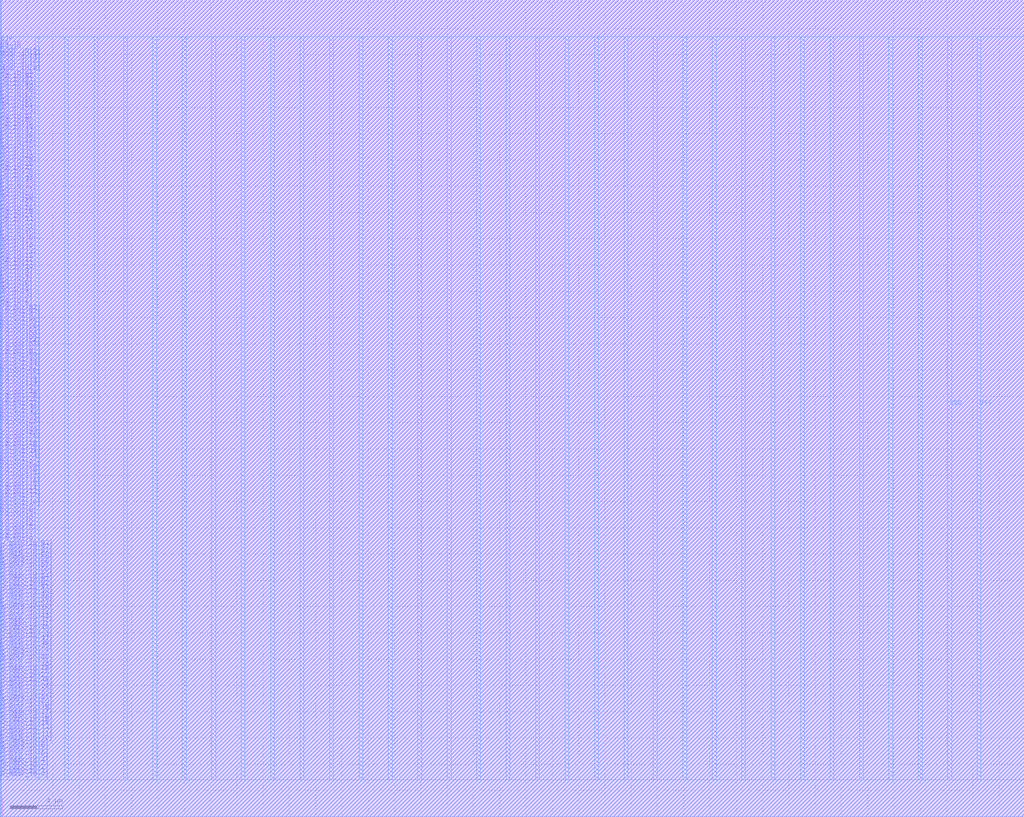
<source format=lef>
VERSION 5.7 ;
BUSBITCHARS "[]" ;
MACRO fakeram45_64x64
  FOREIGN fakeram45_64x64 0 0 ;
  SYMMETRY X Y R90 ;
  SIZE 0.19 BY 1.4 ;
  CLASS BLOCK ;
  PIN w_mask_in[0]
    DIRECTION INPUT ;
    USE SIGNAL ;
    SHAPE ABUTMENT ;
    PORT
      LAYER metal3 ;
      RECT 0.000 2.800 0.070 2.870 ;
    END
  END w_mask_in[0]
  PIN w_mask_in[1]
    DIRECTION INPUT ;
    USE SIGNAL ;
    SHAPE ABUTMENT ;
    PORT
      LAYER metal3 ;
      RECT 0.000 3.080 0.070 3.150 ;
    END
  END w_mask_in[1]
  PIN w_mask_in[2]
    DIRECTION INPUT ;
    USE SIGNAL ;
    SHAPE ABUTMENT ;
    PORT
      LAYER metal3 ;
      RECT 0.000 3.360 0.070 3.430 ;
    END
  END w_mask_in[2]
  PIN w_mask_in[3]
    DIRECTION INPUT ;
    USE SIGNAL ;
    SHAPE ABUTMENT ;
    PORT
      LAYER metal3 ;
      RECT 0.000 3.640 0.070 3.710 ;
    END
  END w_mask_in[3]
  PIN w_mask_in[4]
    DIRECTION INPUT ;
    USE SIGNAL ;
    SHAPE ABUTMENT ;
    PORT
      LAYER metal3 ;
      RECT 0.000 3.920 0.070 3.990 ;
    END
  END w_mask_in[4]
  PIN w_mask_in[5]
    DIRECTION INPUT ;
    USE SIGNAL ;
    SHAPE ABUTMENT ;
    PORT
      LAYER metal3 ;
      RECT 0.000 4.200 0.070 4.270 ;
    END
  END w_mask_in[5]
  PIN w_mask_in[6]
    DIRECTION INPUT ;
    USE SIGNAL ;
    SHAPE ABUTMENT ;
    PORT
      LAYER metal3 ;
      RECT 0.000 4.480 0.070 4.550 ;
    END
  END w_mask_in[6]
  PIN w_mask_in[7]
    DIRECTION INPUT ;
    USE SIGNAL ;
    SHAPE ABUTMENT ;
    PORT
      LAYER metal3 ;
      RECT 0.000 4.760 0.070 4.830 ;
    END
  END w_mask_in[7]
  PIN w_mask_in[8]
    DIRECTION INPUT ;
    USE SIGNAL ;
    SHAPE ABUTMENT ;
    PORT
      LAYER metal3 ;
      RECT 0.000 5.040 0.070 5.110 ;
    END
  END w_mask_in[8]
  PIN w_mask_in[9]
    DIRECTION INPUT ;
    USE SIGNAL ;
    SHAPE ABUTMENT ;
    PORT
      LAYER metal3 ;
      RECT 0.000 5.320 0.070 5.390 ;
    END
  END w_mask_in[9]
  PIN w_mask_in[10]
    DIRECTION INPUT ;
    USE SIGNAL ;
    SHAPE ABUTMENT ;
    PORT
      LAYER metal3 ;
      RECT 0.000 5.600 0.070 5.670 ;
    END
  END w_mask_in[10]
  PIN w_mask_in[11]
    DIRECTION INPUT ;
    USE SIGNAL ;
    SHAPE ABUTMENT ;
    PORT
      LAYER metal3 ;
      RECT 0.000 5.880 0.070 5.950 ;
    END
  END w_mask_in[11]
  PIN w_mask_in[12]
    DIRECTION INPUT ;
    USE SIGNAL ;
    SHAPE ABUTMENT ;
    PORT
      LAYER metal3 ;
      RECT 0.000 6.160 0.070 6.230 ;
    END
  END w_mask_in[12]
  PIN w_mask_in[13]
    DIRECTION INPUT ;
    USE SIGNAL ;
    SHAPE ABUTMENT ;
    PORT
      LAYER metal3 ;
      RECT 0.000 6.440 0.070 6.510 ;
    END
  END w_mask_in[13]
  PIN w_mask_in[14]
    DIRECTION INPUT ;
    USE SIGNAL ;
    SHAPE ABUTMENT ;
    PORT
      LAYER metal3 ;
      RECT 0.000 6.720 0.070 6.790 ;
    END
  END w_mask_in[14]
  PIN w_mask_in[15]
    DIRECTION INPUT ;
    USE SIGNAL ;
    SHAPE ABUTMENT ;
    PORT
      LAYER metal3 ;
      RECT 0.000 7.000 0.070 7.070 ;
    END
  END w_mask_in[15]
  PIN w_mask_in[16]
    DIRECTION INPUT ;
    USE SIGNAL ;
    SHAPE ABUTMENT ;
    PORT
      LAYER metal3 ;
      RECT 0.000 7.280 0.070 7.350 ;
    END
  END w_mask_in[16]
  PIN w_mask_in[17]
    DIRECTION INPUT ;
    USE SIGNAL ;
    SHAPE ABUTMENT ;
    PORT
      LAYER metal3 ;
      RECT 0.000 7.560 0.070 7.630 ;
    END
  END w_mask_in[17]
  PIN w_mask_in[18]
    DIRECTION INPUT ;
    USE SIGNAL ;
    SHAPE ABUTMENT ;
    PORT
      LAYER metal3 ;
      RECT 0.000 7.840 0.070 7.910 ;
    END
  END w_mask_in[18]
  PIN w_mask_in[19]
    DIRECTION INPUT ;
    USE SIGNAL ;
    SHAPE ABUTMENT ;
    PORT
      LAYER metal3 ;
      RECT 0.000 8.120 0.070 8.190 ;
    END
  END w_mask_in[19]
  PIN w_mask_in[20]
    DIRECTION INPUT ;
    USE SIGNAL ;
    SHAPE ABUTMENT ;
    PORT
      LAYER metal3 ;
      RECT 0.000 8.400 0.070 8.470 ;
    END
  END w_mask_in[20]
  PIN w_mask_in[21]
    DIRECTION INPUT ;
    USE SIGNAL ;
    SHAPE ABUTMENT ;
    PORT
      LAYER metal3 ;
      RECT 0.000 8.680 0.070 8.750 ;
    END
  END w_mask_in[21]
  PIN w_mask_in[22]
    DIRECTION INPUT ;
    USE SIGNAL ;
    SHAPE ABUTMENT ;
    PORT
      LAYER metal3 ;
      RECT 0.000 8.960 0.070 9.030 ;
    END
  END w_mask_in[22]
  PIN w_mask_in[23]
    DIRECTION INPUT ;
    USE SIGNAL ;
    SHAPE ABUTMENT ;
    PORT
      LAYER metal3 ;
      RECT 0.000 9.240 0.070 9.310 ;
    END
  END w_mask_in[23]
  PIN w_mask_in[24]
    DIRECTION INPUT ;
    USE SIGNAL ;
    SHAPE ABUTMENT ;
    PORT
      LAYER metal3 ;
      RECT 0.000 9.520 0.070 9.590 ;
    END
  END w_mask_in[24]
  PIN w_mask_in[25]
    DIRECTION INPUT ;
    USE SIGNAL ;
    SHAPE ABUTMENT ;
    PORT
      LAYER metal3 ;
      RECT 0.000 9.800 0.070 9.870 ;
    END
  END w_mask_in[25]
  PIN w_mask_in[26]
    DIRECTION INPUT ;
    USE SIGNAL ;
    SHAPE ABUTMENT ;
    PORT
      LAYER metal3 ;
      RECT 0.000 10.080 0.070 10.150 ;
    END
  END w_mask_in[26]
  PIN w_mask_in[27]
    DIRECTION INPUT ;
    USE SIGNAL ;
    SHAPE ABUTMENT ;
    PORT
      LAYER metal3 ;
      RECT 0.000 10.360 0.070 10.430 ;
    END
  END w_mask_in[27]
  PIN w_mask_in[28]
    DIRECTION INPUT ;
    USE SIGNAL ;
    SHAPE ABUTMENT ;
    PORT
      LAYER metal3 ;
      RECT 0.000 10.640 0.070 10.710 ;
    END
  END w_mask_in[28]
  PIN w_mask_in[29]
    DIRECTION INPUT ;
    USE SIGNAL ;
    SHAPE ABUTMENT ;
    PORT
      LAYER metal3 ;
      RECT 0.000 10.920 0.070 10.990 ;
    END
  END w_mask_in[29]
  PIN w_mask_in[30]
    DIRECTION INPUT ;
    USE SIGNAL ;
    SHAPE ABUTMENT ;
    PORT
      LAYER metal3 ;
      RECT 0.000 11.200 0.070 11.270 ;
    END
  END w_mask_in[30]
  PIN w_mask_in[31]
    DIRECTION INPUT ;
    USE SIGNAL ;
    SHAPE ABUTMENT ;
    PORT
      LAYER metal3 ;
      RECT 0.000 11.480 0.070 11.550 ;
    END
  END w_mask_in[31]
  PIN w_mask_in[32]
    DIRECTION INPUT ;
    USE SIGNAL ;
    SHAPE ABUTMENT ;
    PORT
      LAYER metal3 ;
      RECT 0.000 11.760 0.070 11.830 ;
    END
  END w_mask_in[32]
  PIN w_mask_in[33]
    DIRECTION INPUT ;
    USE SIGNAL ;
    SHAPE ABUTMENT ;
    PORT
      LAYER metal3 ;
      RECT 0.000 12.040 0.070 12.110 ;
    END
  END w_mask_in[33]
  PIN w_mask_in[34]
    DIRECTION INPUT ;
    USE SIGNAL ;
    SHAPE ABUTMENT ;
    PORT
      LAYER metal3 ;
      RECT 0.000 12.320 0.070 12.390 ;
    END
  END w_mask_in[34]
  PIN w_mask_in[35]
    DIRECTION INPUT ;
    USE SIGNAL ;
    SHAPE ABUTMENT ;
    PORT
      LAYER metal3 ;
      RECT 0.000 12.600 0.070 12.670 ;
    END
  END w_mask_in[35]
  PIN w_mask_in[36]
    DIRECTION INPUT ;
    USE SIGNAL ;
    SHAPE ABUTMENT ;
    PORT
      LAYER metal3 ;
      RECT 0.000 12.880 0.070 12.950 ;
    END
  END w_mask_in[36]
  PIN w_mask_in[37]
    DIRECTION INPUT ;
    USE SIGNAL ;
    SHAPE ABUTMENT ;
    PORT
      LAYER metal3 ;
      RECT 0.000 13.160 0.070 13.230 ;
    END
  END w_mask_in[37]
  PIN w_mask_in[38]
    DIRECTION INPUT ;
    USE SIGNAL ;
    SHAPE ABUTMENT ;
    PORT
      LAYER metal3 ;
      RECT 0.000 13.440 0.070 13.510 ;
    END
  END w_mask_in[38]
  PIN w_mask_in[39]
    DIRECTION INPUT ;
    USE SIGNAL ;
    SHAPE ABUTMENT ;
    PORT
      LAYER metal3 ;
      RECT 0.000 13.720 0.070 13.790 ;
    END
  END w_mask_in[39]
  PIN w_mask_in[40]
    DIRECTION INPUT ;
    USE SIGNAL ;
    SHAPE ABUTMENT ;
    PORT
      LAYER metal3 ;
      RECT 0.000 14.000 0.070 14.070 ;
    END
  END w_mask_in[40]
  PIN w_mask_in[41]
    DIRECTION INPUT ;
    USE SIGNAL ;
    SHAPE ABUTMENT ;
    PORT
      LAYER metal3 ;
      RECT 0.000 14.280 0.070 14.350 ;
    END
  END w_mask_in[41]
  PIN w_mask_in[42]
    DIRECTION INPUT ;
    USE SIGNAL ;
    SHAPE ABUTMENT ;
    PORT
      LAYER metal3 ;
      RECT 0.000 14.560 0.070 14.630 ;
    END
  END w_mask_in[42]
  PIN w_mask_in[43]
    DIRECTION INPUT ;
    USE SIGNAL ;
    SHAPE ABUTMENT ;
    PORT
      LAYER metal3 ;
      RECT 0.000 14.840 0.070 14.910 ;
    END
  END w_mask_in[43]
  PIN w_mask_in[44]
    DIRECTION INPUT ;
    USE SIGNAL ;
    SHAPE ABUTMENT ;
    PORT
      LAYER metal3 ;
      RECT 0.000 15.120 0.070 15.190 ;
    END
  END w_mask_in[44]
  PIN w_mask_in[45]
    DIRECTION INPUT ;
    USE SIGNAL ;
    SHAPE ABUTMENT ;
    PORT
      LAYER metal3 ;
      RECT 0.000 15.400 0.070 15.470 ;
    END
  END w_mask_in[45]
  PIN w_mask_in[46]
    DIRECTION INPUT ;
    USE SIGNAL ;
    SHAPE ABUTMENT ;
    PORT
      LAYER metal3 ;
      RECT 0.000 15.680 0.070 15.750 ;
    END
  END w_mask_in[46]
  PIN w_mask_in[47]
    DIRECTION INPUT ;
    USE SIGNAL ;
    SHAPE ABUTMENT ;
    PORT
      LAYER metal3 ;
      RECT 0.000 15.960 0.070 16.030 ;
    END
  END w_mask_in[47]
  PIN w_mask_in[48]
    DIRECTION INPUT ;
    USE SIGNAL ;
    SHAPE ABUTMENT ;
    PORT
      LAYER metal3 ;
      RECT 0.000 16.240 0.070 16.310 ;
    END
  END w_mask_in[48]
  PIN w_mask_in[49]
    DIRECTION INPUT ;
    USE SIGNAL ;
    SHAPE ABUTMENT ;
    PORT
      LAYER metal3 ;
      RECT 0.000 16.520 0.070 16.590 ;
    END
  END w_mask_in[49]
  PIN w_mask_in[50]
    DIRECTION INPUT ;
    USE SIGNAL ;
    SHAPE ABUTMENT ;
    PORT
      LAYER metal3 ;
      RECT 0.000 16.800 0.070 16.870 ;
    END
  END w_mask_in[50]
  PIN w_mask_in[51]
    DIRECTION INPUT ;
    USE SIGNAL ;
    SHAPE ABUTMENT ;
    PORT
      LAYER metal3 ;
      RECT 0.000 17.080 0.070 17.150 ;
    END
  END w_mask_in[51]
  PIN w_mask_in[52]
    DIRECTION INPUT ;
    USE SIGNAL ;
    SHAPE ABUTMENT ;
    PORT
      LAYER metal3 ;
      RECT 0.000 17.360 0.070 17.430 ;
    END
  END w_mask_in[52]
  PIN w_mask_in[53]
    DIRECTION INPUT ;
    USE SIGNAL ;
    SHAPE ABUTMENT ;
    PORT
      LAYER metal3 ;
      RECT 0.000 17.640 0.070 17.710 ;
    END
  END w_mask_in[53]
  PIN w_mask_in[54]
    DIRECTION INPUT ;
    USE SIGNAL ;
    SHAPE ABUTMENT ;
    PORT
      LAYER metal3 ;
      RECT 0.000 17.920 0.070 17.990 ;
    END
  END w_mask_in[54]
  PIN w_mask_in[55]
    DIRECTION INPUT ;
    USE SIGNAL ;
    SHAPE ABUTMENT ;
    PORT
      LAYER metal3 ;
      RECT 0.000 18.200 0.070 18.270 ;
    END
  END w_mask_in[55]
  PIN w_mask_in[56]
    DIRECTION INPUT ;
    USE SIGNAL ;
    SHAPE ABUTMENT ;
    PORT
      LAYER metal3 ;
      RECT 0.000 18.480 0.070 18.550 ;
    END
  END w_mask_in[56]
  PIN w_mask_in[57]
    DIRECTION INPUT ;
    USE SIGNAL ;
    SHAPE ABUTMENT ;
    PORT
      LAYER metal3 ;
      RECT 0.000 18.760 0.070 18.830 ;
    END
  END w_mask_in[57]
  PIN w_mask_in[58]
    DIRECTION INPUT ;
    USE SIGNAL ;
    SHAPE ABUTMENT ;
    PORT
      LAYER metal3 ;
      RECT 0.000 19.040 0.070 19.110 ;
    END
  END w_mask_in[58]
  PIN w_mask_in[59]
    DIRECTION INPUT ;
    USE SIGNAL ;
    SHAPE ABUTMENT ;
    PORT
      LAYER metal3 ;
      RECT 0.000 19.320 0.070 19.390 ;
    END
  END w_mask_in[59]
  PIN w_mask_in[60]
    DIRECTION INPUT ;
    USE SIGNAL ;
    SHAPE ABUTMENT ;
    PORT
      LAYER metal3 ;
      RECT 0.000 19.600 0.070 19.670 ;
    END
  END w_mask_in[60]
  PIN w_mask_in[61]
    DIRECTION INPUT ;
    USE SIGNAL ;
    SHAPE ABUTMENT ;
    PORT
      LAYER metal3 ;
      RECT 0.000 19.880 0.070 19.950 ;
    END
  END w_mask_in[61]
  PIN w_mask_in[62]
    DIRECTION INPUT ;
    USE SIGNAL ;
    SHAPE ABUTMENT ;
    PORT
      LAYER metal3 ;
      RECT 0.000 20.160 0.070 20.230 ;
    END
  END w_mask_in[62]
  PIN w_mask_in[63]
    DIRECTION INPUT ;
    USE SIGNAL ;
    SHAPE ABUTMENT ;
    PORT
      LAYER metal3 ;
      RECT 0.000 20.440 0.070 20.510 ;
    END
  END w_mask_in[63]
  PIN rd_out[0]
    DIRECTION OUTPUT ;
    USE SIGNAL ;
    SHAPE ABUTMENT ;
    PORT
      LAYER metal3 ;
      RECT 0.000 20.720 0.070 20.790 ;
    END
  END rd_out[0]
  PIN rd_out[1]
    DIRECTION OUTPUT ;
    USE SIGNAL ;
    SHAPE ABUTMENT ;
    PORT
      LAYER metal3 ;
      RECT 0.000 21.000 0.070 21.070 ;
    END
  END rd_out[1]
  PIN rd_out[2]
    DIRECTION OUTPUT ;
    USE SIGNAL ;
    SHAPE ABUTMENT ;
    PORT
      LAYER metal3 ;
      RECT 0.000 21.280 0.070 21.350 ;
    END
  END rd_out[2]
  PIN rd_out[3]
    DIRECTION OUTPUT ;
    USE SIGNAL ;
    SHAPE ABUTMENT ;
    PORT
      LAYER metal3 ;
      RECT 0.000 21.560 0.070 21.630 ;
    END
  END rd_out[3]
  PIN rd_out[4]
    DIRECTION OUTPUT ;
    USE SIGNAL ;
    SHAPE ABUTMENT ;
    PORT
      LAYER metal3 ;
      RECT 0.000 21.840 0.070 21.910 ;
    END
  END rd_out[4]
  PIN rd_out[5]
    DIRECTION OUTPUT ;
    USE SIGNAL ;
    SHAPE ABUTMENT ;
    PORT
      LAYER metal3 ;
      RECT 0.000 22.120 0.070 22.190 ;
    END
  END rd_out[5]
  PIN rd_out[6]
    DIRECTION OUTPUT ;
    USE SIGNAL ;
    SHAPE ABUTMENT ;
    PORT
      LAYER metal3 ;
      RECT 0.000 22.400 0.070 22.470 ;
    END
  END rd_out[6]
  PIN rd_out[7]
    DIRECTION OUTPUT ;
    USE SIGNAL ;
    SHAPE ABUTMENT ;
    PORT
      LAYER metal3 ;
      RECT 0.000 22.680 0.070 22.750 ;
    END
  END rd_out[7]
  PIN rd_out[8]
    DIRECTION OUTPUT ;
    USE SIGNAL ;
    SHAPE ABUTMENT ;
    PORT
      LAYER metal3 ;
      RECT 0.000 22.960 0.070 23.030 ;
    END
  END rd_out[8]
  PIN rd_out[9]
    DIRECTION OUTPUT ;
    USE SIGNAL ;
    SHAPE ABUTMENT ;
    PORT
      LAYER metal3 ;
      RECT 0.000 23.240 0.070 23.310 ;
    END
  END rd_out[9]
  PIN rd_out[10]
    DIRECTION OUTPUT ;
    USE SIGNAL ;
    SHAPE ABUTMENT ;
    PORT
      LAYER metal3 ;
      RECT 0.000 23.520 0.070 23.590 ;
    END
  END rd_out[10]
  PIN rd_out[11]
    DIRECTION OUTPUT ;
    USE SIGNAL ;
    SHAPE ABUTMENT ;
    PORT
      LAYER metal3 ;
      RECT 0.000 23.800 0.070 23.870 ;
    END
  END rd_out[11]
  PIN rd_out[12]
    DIRECTION OUTPUT ;
    USE SIGNAL ;
    SHAPE ABUTMENT ;
    PORT
      LAYER metal3 ;
      RECT 0.000 24.080 0.070 24.150 ;
    END
  END rd_out[12]
  PIN rd_out[13]
    DIRECTION OUTPUT ;
    USE SIGNAL ;
    SHAPE ABUTMENT ;
    PORT
      LAYER metal3 ;
      RECT 0.000 24.360 0.070 24.430 ;
    END
  END rd_out[13]
  PIN rd_out[14]
    DIRECTION OUTPUT ;
    USE SIGNAL ;
    SHAPE ABUTMENT ;
    PORT
      LAYER metal3 ;
      RECT 0.000 24.640 0.070 24.710 ;
    END
  END rd_out[14]
  PIN rd_out[15]
    DIRECTION OUTPUT ;
    USE SIGNAL ;
    SHAPE ABUTMENT ;
    PORT
      LAYER metal3 ;
      RECT 0.000 24.920 0.070 24.990 ;
    END
  END rd_out[15]
  PIN rd_out[16]
    DIRECTION OUTPUT ;
    USE SIGNAL ;
    SHAPE ABUTMENT ;
    PORT
      LAYER metal3 ;
      RECT 0.000 25.200 0.070 25.270 ;
    END
  END rd_out[16]
  PIN rd_out[17]
    DIRECTION OUTPUT ;
    USE SIGNAL ;
    SHAPE ABUTMENT ;
    PORT
      LAYER metal3 ;
      RECT 0.000 25.480 0.070 25.550 ;
    END
  END rd_out[17]
  PIN rd_out[18]
    DIRECTION OUTPUT ;
    USE SIGNAL ;
    SHAPE ABUTMENT ;
    PORT
      LAYER metal3 ;
      RECT 0.000 25.760 0.070 25.830 ;
    END
  END rd_out[18]
  PIN rd_out[19]
    DIRECTION OUTPUT ;
    USE SIGNAL ;
    SHAPE ABUTMENT ;
    PORT
      LAYER metal3 ;
      RECT 0.000 26.040 0.070 26.110 ;
    END
  END rd_out[19]
  PIN rd_out[20]
    DIRECTION OUTPUT ;
    USE SIGNAL ;
    SHAPE ABUTMENT ;
    PORT
      LAYER metal3 ;
      RECT 0.000 26.320 0.070 26.390 ;
    END
  END rd_out[20]
  PIN rd_out[21]
    DIRECTION OUTPUT ;
    USE SIGNAL ;
    SHAPE ABUTMENT ;
    PORT
      LAYER metal3 ;
      RECT 0.000 26.600 0.070 26.670 ;
    END
  END rd_out[21]
  PIN rd_out[22]
    DIRECTION OUTPUT ;
    USE SIGNAL ;
    SHAPE ABUTMENT ;
    PORT
      LAYER metal3 ;
      RECT 0.000 26.880 0.070 26.950 ;
    END
  END rd_out[22]
  PIN rd_out[23]
    DIRECTION OUTPUT ;
    USE SIGNAL ;
    SHAPE ABUTMENT ;
    PORT
      LAYER metal3 ;
      RECT 0.000 27.160 0.070 27.230 ;
    END
  END rd_out[23]
  PIN rd_out[24]
    DIRECTION OUTPUT ;
    USE SIGNAL ;
    SHAPE ABUTMENT ;
    PORT
      LAYER metal3 ;
      RECT 0.000 27.440 0.070 27.510 ;
    END
  END rd_out[24]
  PIN rd_out[25]
    DIRECTION OUTPUT ;
    USE SIGNAL ;
    SHAPE ABUTMENT ;
    PORT
      LAYER metal3 ;
      RECT 0.000 27.720 0.070 27.790 ;
    END
  END rd_out[25]
  PIN rd_out[26]
    DIRECTION OUTPUT ;
    USE SIGNAL ;
    SHAPE ABUTMENT ;
    PORT
      LAYER metal3 ;
      RECT 0.000 28.000 0.070 28.070 ;
    END
  END rd_out[26]
  PIN rd_out[27]
    DIRECTION OUTPUT ;
    USE SIGNAL ;
    SHAPE ABUTMENT ;
    PORT
      LAYER metal3 ;
      RECT 0.000 28.280 0.070 28.350 ;
    END
  END rd_out[27]
  PIN rd_out[28]
    DIRECTION OUTPUT ;
    USE SIGNAL ;
    SHAPE ABUTMENT ;
    PORT
      LAYER metal3 ;
      RECT 0.000 28.560 0.070 28.630 ;
    END
  END rd_out[28]
  PIN rd_out[29]
    DIRECTION OUTPUT ;
    USE SIGNAL ;
    SHAPE ABUTMENT ;
    PORT
      LAYER metal3 ;
      RECT 0.000 28.840 0.070 28.910 ;
    END
  END rd_out[29]
  PIN rd_out[30]
    DIRECTION OUTPUT ;
    USE SIGNAL ;
    SHAPE ABUTMENT ;
    PORT
      LAYER metal3 ;
      RECT 0.000 29.120 0.070 29.190 ;
    END
  END rd_out[30]
  PIN rd_out[31]
    DIRECTION OUTPUT ;
    USE SIGNAL ;
    SHAPE ABUTMENT ;
    PORT
      LAYER metal3 ;
      RECT 0.000 29.400 0.070 29.470 ;
    END
  END rd_out[31]
  PIN rd_out[32]
    DIRECTION OUTPUT ;
    USE SIGNAL ;
    SHAPE ABUTMENT ;
    PORT
      LAYER metal3 ;
      RECT 0.000 29.680 0.070 29.750 ;
    END
  END rd_out[32]
  PIN rd_out[33]
    DIRECTION OUTPUT ;
    USE SIGNAL ;
    SHAPE ABUTMENT ;
    PORT
      LAYER metal3 ;
      RECT 0.000 29.960 0.070 30.030 ;
    END
  END rd_out[33]
  PIN rd_out[34]
    DIRECTION OUTPUT ;
    USE SIGNAL ;
    SHAPE ABUTMENT ;
    PORT
      LAYER metal3 ;
      RECT 0.000 30.240 0.070 30.310 ;
    END
  END rd_out[34]
  PIN rd_out[35]
    DIRECTION OUTPUT ;
    USE SIGNAL ;
    SHAPE ABUTMENT ;
    PORT
      LAYER metal3 ;
      RECT 0.000 30.520 0.070 30.590 ;
    END
  END rd_out[35]
  PIN rd_out[36]
    DIRECTION OUTPUT ;
    USE SIGNAL ;
    SHAPE ABUTMENT ;
    PORT
      LAYER metal3 ;
      RECT 0.000 30.800 0.070 30.870 ;
    END
  END rd_out[36]
  PIN rd_out[37]
    DIRECTION OUTPUT ;
    USE SIGNAL ;
    SHAPE ABUTMENT ;
    PORT
      LAYER metal3 ;
      RECT 0.000 31.080 0.070 31.150 ;
    END
  END rd_out[37]
  PIN rd_out[38]
    DIRECTION OUTPUT ;
    USE SIGNAL ;
    SHAPE ABUTMENT ;
    PORT
      LAYER metal3 ;
      RECT 0.000 31.360 0.070 31.430 ;
    END
  END rd_out[38]
  PIN rd_out[39]
    DIRECTION OUTPUT ;
    USE SIGNAL ;
    SHAPE ABUTMENT ;
    PORT
      LAYER metal3 ;
      RECT 0.000 31.640 0.070 31.710 ;
    END
  END rd_out[39]
  PIN rd_out[40]
    DIRECTION OUTPUT ;
    USE SIGNAL ;
    SHAPE ABUTMENT ;
    PORT
      LAYER metal3 ;
      RECT 0.000 31.920 0.070 31.990 ;
    END
  END rd_out[40]
  PIN rd_out[41]
    DIRECTION OUTPUT ;
    USE SIGNAL ;
    SHAPE ABUTMENT ;
    PORT
      LAYER metal3 ;
      RECT 0.000 32.200 0.070 32.270 ;
    END
  END rd_out[41]
  PIN rd_out[42]
    DIRECTION OUTPUT ;
    USE SIGNAL ;
    SHAPE ABUTMENT ;
    PORT
      LAYER metal3 ;
      RECT 0.000 32.480 0.070 32.550 ;
    END
  END rd_out[42]
  PIN rd_out[43]
    DIRECTION OUTPUT ;
    USE SIGNAL ;
    SHAPE ABUTMENT ;
    PORT
      LAYER metal3 ;
      RECT 0.000 32.760 0.070 32.830 ;
    END
  END rd_out[43]
  PIN rd_out[44]
    DIRECTION OUTPUT ;
    USE SIGNAL ;
    SHAPE ABUTMENT ;
    PORT
      LAYER metal3 ;
      RECT 0.000 33.040 0.070 33.110 ;
    END
  END rd_out[44]
  PIN rd_out[45]
    DIRECTION OUTPUT ;
    USE SIGNAL ;
    SHAPE ABUTMENT ;
    PORT
      LAYER metal3 ;
      RECT 0.000 33.320 0.070 33.390 ;
    END
  END rd_out[45]
  PIN rd_out[46]
    DIRECTION OUTPUT ;
    USE SIGNAL ;
    SHAPE ABUTMENT ;
    PORT
      LAYER metal3 ;
      RECT 0.000 33.600 0.070 33.670 ;
    END
  END rd_out[46]
  PIN rd_out[47]
    DIRECTION OUTPUT ;
    USE SIGNAL ;
    SHAPE ABUTMENT ;
    PORT
      LAYER metal3 ;
      RECT 0.000 33.880 0.070 33.950 ;
    END
  END rd_out[47]
  PIN rd_out[48]
    DIRECTION OUTPUT ;
    USE SIGNAL ;
    SHAPE ABUTMENT ;
    PORT
      LAYER metal3 ;
      RECT 0.000 34.160 0.070 34.230 ;
    END
  END rd_out[48]
  PIN rd_out[49]
    DIRECTION OUTPUT ;
    USE SIGNAL ;
    SHAPE ABUTMENT ;
    PORT
      LAYER metal3 ;
      RECT 0.000 34.440 0.070 34.510 ;
    END
  END rd_out[49]
  PIN rd_out[50]
    DIRECTION OUTPUT ;
    USE SIGNAL ;
    SHAPE ABUTMENT ;
    PORT
      LAYER metal3 ;
      RECT 0.000 34.720 0.070 34.790 ;
    END
  END rd_out[50]
  PIN rd_out[51]
    DIRECTION OUTPUT ;
    USE SIGNAL ;
    SHAPE ABUTMENT ;
    PORT
      LAYER metal3 ;
      RECT 0.000 35.000 0.070 35.070 ;
    END
  END rd_out[51]
  PIN rd_out[52]
    DIRECTION OUTPUT ;
    USE SIGNAL ;
    SHAPE ABUTMENT ;
    PORT
      LAYER metal3 ;
      RECT 0.000 35.280 0.070 35.350 ;
    END
  END rd_out[52]
  PIN rd_out[53]
    DIRECTION OUTPUT ;
    USE SIGNAL ;
    SHAPE ABUTMENT ;
    PORT
      LAYER metal3 ;
      RECT 0.000 35.560 0.070 35.630 ;
    END
  END rd_out[53]
  PIN rd_out[54]
    DIRECTION OUTPUT ;
    USE SIGNAL ;
    SHAPE ABUTMENT ;
    PORT
      LAYER metal3 ;
      RECT 0.000 35.840 0.070 35.910 ;
    END
  END rd_out[54]
  PIN rd_out[55]
    DIRECTION OUTPUT ;
    USE SIGNAL ;
    SHAPE ABUTMENT ;
    PORT
      LAYER metal3 ;
      RECT 0.000 36.120 0.070 36.190 ;
    END
  END rd_out[55]
  PIN rd_out[56]
    DIRECTION OUTPUT ;
    USE SIGNAL ;
    SHAPE ABUTMENT ;
    PORT
      LAYER metal3 ;
      RECT 0.000 36.400 0.070 36.470 ;
    END
  END rd_out[56]
  PIN rd_out[57]
    DIRECTION OUTPUT ;
    USE SIGNAL ;
    SHAPE ABUTMENT ;
    PORT
      LAYER metal3 ;
      RECT 0.000 36.680 0.070 36.750 ;
    END
  END rd_out[57]
  PIN rd_out[58]
    DIRECTION OUTPUT ;
    USE SIGNAL ;
    SHAPE ABUTMENT ;
    PORT
      LAYER metal3 ;
      RECT 0.000 36.960 0.070 37.030 ;
    END
  END rd_out[58]
  PIN rd_out[59]
    DIRECTION OUTPUT ;
    USE SIGNAL ;
    SHAPE ABUTMENT ;
    PORT
      LAYER metal3 ;
      RECT 0.000 37.240 0.070 37.310 ;
    END
  END rd_out[59]
  PIN rd_out[60]
    DIRECTION OUTPUT ;
    USE SIGNAL ;
    SHAPE ABUTMENT ;
    PORT
      LAYER metal3 ;
      RECT 0.000 37.520 0.070 37.590 ;
    END
  END rd_out[60]
  PIN rd_out[61]
    DIRECTION OUTPUT ;
    USE SIGNAL ;
    SHAPE ABUTMENT ;
    PORT
      LAYER metal3 ;
      RECT 0.000 37.800 0.070 37.870 ;
    END
  END rd_out[61]
  PIN rd_out[62]
    DIRECTION OUTPUT ;
    USE SIGNAL ;
    SHAPE ABUTMENT ;
    PORT
      LAYER metal3 ;
      RECT 0.000 38.080 0.070 38.150 ;
    END
  END rd_out[62]
  PIN rd_out[63]
    DIRECTION OUTPUT ;
    USE SIGNAL ;
    SHAPE ABUTMENT ;
    PORT
      LAYER metal3 ;
      RECT 0.000 38.360 0.070 38.430 ;
    END
  END rd_out[63]
  PIN wd_in[0]
    DIRECTION INPUT ;
    USE SIGNAL ;
    SHAPE ABUTMENT ;
    PORT
      LAYER metal3 ;
      RECT 0.000 38.640 0.070 38.710 ;
    END
  END wd_in[0]
  PIN wd_in[1]
    DIRECTION INPUT ;
    USE SIGNAL ;
    SHAPE ABUTMENT ;
    PORT
      LAYER metal3 ;
      RECT 0.000 38.920 0.070 38.990 ;
    END
  END wd_in[1]
  PIN wd_in[2]
    DIRECTION INPUT ;
    USE SIGNAL ;
    SHAPE ABUTMENT ;
    PORT
      LAYER metal3 ;
      RECT 0.000 39.200 0.070 39.270 ;
    END
  END wd_in[2]
  PIN wd_in[3]
    DIRECTION INPUT ;
    USE SIGNAL ;
    SHAPE ABUTMENT ;
    PORT
      LAYER metal3 ;
      RECT 0.000 39.480 0.070 39.550 ;
    END
  END wd_in[3]
  PIN wd_in[4]
    DIRECTION INPUT ;
    USE SIGNAL ;
    SHAPE ABUTMENT ;
    PORT
      LAYER metal3 ;
      RECT 0.000 39.760 0.070 39.830 ;
    END
  END wd_in[4]
  PIN wd_in[5]
    DIRECTION INPUT ;
    USE SIGNAL ;
    SHAPE ABUTMENT ;
    PORT
      LAYER metal3 ;
      RECT 0.000 40.040 0.070 40.110 ;
    END
  END wd_in[5]
  PIN wd_in[6]
    DIRECTION INPUT ;
    USE SIGNAL ;
    SHAPE ABUTMENT ;
    PORT
      LAYER metal3 ;
      RECT 0.000 40.320 0.070 40.390 ;
    END
  END wd_in[6]
  PIN wd_in[7]
    DIRECTION INPUT ;
    USE SIGNAL ;
    SHAPE ABUTMENT ;
    PORT
      LAYER metal3 ;
      RECT 0.000 40.600 0.070 40.670 ;
    END
  END wd_in[7]
  PIN wd_in[8]
    DIRECTION INPUT ;
    USE SIGNAL ;
    SHAPE ABUTMENT ;
    PORT
      LAYER metal3 ;
      RECT 0.000 40.880 0.070 40.950 ;
    END
  END wd_in[8]
  PIN wd_in[9]
    DIRECTION INPUT ;
    USE SIGNAL ;
    SHAPE ABUTMENT ;
    PORT
      LAYER metal3 ;
      RECT 0.000 41.160 0.070 41.230 ;
    END
  END wd_in[9]
  PIN wd_in[10]
    DIRECTION INPUT ;
    USE SIGNAL ;
    SHAPE ABUTMENT ;
    PORT
      LAYER metal3 ;
      RECT 0.000 41.440 0.070 41.510 ;
    END
  END wd_in[10]
  PIN wd_in[11]
    DIRECTION INPUT ;
    USE SIGNAL ;
    SHAPE ABUTMENT ;
    PORT
      LAYER metal3 ;
      RECT 0.000 41.720 0.070 41.790 ;
    END
  END wd_in[11]
  PIN wd_in[12]
    DIRECTION INPUT ;
    USE SIGNAL ;
    SHAPE ABUTMENT ;
    PORT
      LAYER metal3 ;
      RECT 0.000 42.000 0.070 42.070 ;
    END
  END wd_in[12]
  PIN wd_in[13]
    DIRECTION INPUT ;
    USE SIGNAL ;
    SHAPE ABUTMENT ;
    PORT
      LAYER metal3 ;
      RECT 0.000 42.280 0.070 42.350 ;
    END
  END wd_in[13]
  PIN wd_in[14]
    DIRECTION INPUT ;
    USE SIGNAL ;
    SHAPE ABUTMENT ;
    PORT
      LAYER metal3 ;
      RECT 0.000 42.560 0.070 42.630 ;
    END
  END wd_in[14]
  PIN wd_in[15]
    DIRECTION INPUT ;
    USE SIGNAL ;
    SHAPE ABUTMENT ;
    PORT
      LAYER metal3 ;
      RECT 0.000 42.840 0.070 42.910 ;
    END
  END wd_in[15]
  PIN wd_in[16]
    DIRECTION INPUT ;
    USE SIGNAL ;
    SHAPE ABUTMENT ;
    PORT
      LAYER metal3 ;
      RECT 0.000 43.120 0.070 43.190 ;
    END
  END wd_in[16]
  PIN wd_in[17]
    DIRECTION INPUT ;
    USE SIGNAL ;
    SHAPE ABUTMENT ;
    PORT
      LAYER metal3 ;
      RECT 0.000 43.400 0.070 43.470 ;
    END
  END wd_in[17]
  PIN wd_in[18]
    DIRECTION INPUT ;
    USE SIGNAL ;
    SHAPE ABUTMENT ;
    PORT
      LAYER metal3 ;
      RECT 0.000 43.680 0.070 43.750 ;
    END
  END wd_in[18]
  PIN wd_in[19]
    DIRECTION INPUT ;
    USE SIGNAL ;
    SHAPE ABUTMENT ;
    PORT
      LAYER metal3 ;
      RECT 0.000 43.960 0.070 44.030 ;
    END
  END wd_in[19]
  PIN wd_in[20]
    DIRECTION INPUT ;
    USE SIGNAL ;
    SHAPE ABUTMENT ;
    PORT
      LAYER metal3 ;
      RECT 0.000 44.240 0.070 44.310 ;
    END
  END wd_in[20]
  PIN wd_in[21]
    DIRECTION INPUT ;
    USE SIGNAL ;
    SHAPE ABUTMENT ;
    PORT
      LAYER metal3 ;
      RECT 0.000 44.520 0.070 44.590 ;
    END
  END wd_in[21]
  PIN wd_in[22]
    DIRECTION INPUT ;
    USE SIGNAL ;
    SHAPE ABUTMENT ;
    PORT
      LAYER metal3 ;
      RECT 0.000 44.800 0.070 44.870 ;
    END
  END wd_in[22]
  PIN wd_in[23]
    DIRECTION INPUT ;
    USE SIGNAL ;
    SHAPE ABUTMENT ;
    PORT
      LAYER metal3 ;
      RECT 0.000 45.080 0.070 45.150 ;
    END
  END wd_in[23]
  PIN wd_in[24]
    DIRECTION INPUT ;
    USE SIGNAL ;
    SHAPE ABUTMENT ;
    PORT
      LAYER metal3 ;
      RECT 0.000 45.360 0.070 45.430 ;
    END
  END wd_in[24]
  PIN wd_in[25]
    DIRECTION INPUT ;
    USE SIGNAL ;
    SHAPE ABUTMENT ;
    PORT
      LAYER metal3 ;
      RECT 0.000 45.640 0.070 45.710 ;
    END
  END wd_in[25]
  PIN wd_in[26]
    DIRECTION INPUT ;
    USE SIGNAL ;
    SHAPE ABUTMENT ;
    PORT
      LAYER metal3 ;
      RECT 0.000 45.920 0.070 45.990 ;
    END
  END wd_in[26]
  PIN wd_in[27]
    DIRECTION INPUT ;
    USE SIGNAL ;
    SHAPE ABUTMENT ;
    PORT
      LAYER metal3 ;
      RECT 0.000 46.200 0.070 46.270 ;
    END
  END wd_in[27]
  PIN wd_in[28]
    DIRECTION INPUT ;
    USE SIGNAL ;
    SHAPE ABUTMENT ;
    PORT
      LAYER metal3 ;
      RECT 0.000 46.480 0.070 46.550 ;
    END
  END wd_in[28]
  PIN wd_in[29]
    DIRECTION INPUT ;
    USE SIGNAL ;
    SHAPE ABUTMENT ;
    PORT
      LAYER metal3 ;
      RECT 0.000 46.760 0.070 46.830 ;
    END
  END wd_in[29]
  PIN wd_in[30]
    DIRECTION INPUT ;
    USE SIGNAL ;
    SHAPE ABUTMENT ;
    PORT
      LAYER metal3 ;
      RECT 0.000 47.040 0.070 47.110 ;
    END
  END wd_in[30]
  PIN wd_in[31]
    DIRECTION INPUT ;
    USE SIGNAL ;
    SHAPE ABUTMENT ;
    PORT
      LAYER metal3 ;
      RECT 0.000 47.320 0.070 47.390 ;
    END
  END wd_in[31]
  PIN wd_in[32]
    DIRECTION INPUT ;
    USE SIGNAL ;
    SHAPE ABUTMENT ;
    PORT
      LAYER metal3 ;
      RECT 0.000 47.600 0.070 47.670 ;
    END
  END wd_in[32]
  PIN wd_in[33]
    DIRECTION INPUT ;
    USE SIGNAL ;
    SHAPE ABUTMENT ;
    PORT
      LAYER metal3 ;
      RECT 0.000 47.880 0.070 47.950 ;
    END
  END wd_in[33]
  PIN wd_in[34]
    DIRECTION INPUT ;
    USE SIGNAL ;
    SHAPE ABUTMENT ;
    PORT
      LAYER metal3 ;
      RECT 0.000 48.160 0.070 48.230 ;
    END
  END wd_in[34]
  PIN wd_in[35]
    DIRECTION INPUT ;
    USE SIGNAL ;
    SHAPE ABUTMENT ;
    PORT
      LAYER metal3 ;
      RECT 0.000 48.440 0.070 48.510 ;
    END
  END wd_in[35]
  PIN wd_in[36]
    DIRECTION INPUT ;
    USE SIGNAL ;
    SHAPE ABUTMENT ;
    PORT
      LAYER metal3 ;
      RECT 0.000 48.720 0.070 48.790 ;
    END
  END wd_in[36]
  PIN wd_in[37]
    DIRECTION INPUT ;
    USE SIGNAL ;
    SHAPE ABUTMENT ;
    PORT
      LAYER metal3 ;
      RECT 0.000 49.000 0.070 49.070 ;
    END
  END wd_in[37]
  PIN wd_in[38]
    DIRECTION INPUT ;
    USE SIGNAL ;
    SHAPE ABUTMENT ;
    PORT
      LAYER metal3 ;
      RECT 0.000 49.280 0.070 49.350 ;
    END
  END wd_in[38]
  PIN wd_in[39]
    DIRECTION INPUT ;
    USE SIGNAL ;
    SHAPE ABUTMENT ;
    PORT
      LAYER metal3 ;
      RECT 0.000 49.560 0.070 49.630 ;
    END
  END wd_in[39]
  PIN wd_in[40]
    DIRECTION INPUT ;
    USE SIGNAL ;
    SHAPE ABUTMENT ;
    PORT
      LAYER metal3 ;
      RECT 0.000 49.840 0.070 49.910 ;
    END
  END wd_in[40]
  PIN wd_in[41]
    DIRECTION INPUT ;
    USE SIGNAL ;
    SHAPE ABUTMENT ;
    PORT
      LAYER metal3 ;
      RECT 0.000 50.120 0.070 50.190 ;
    END
  END wd_in[41]
  PIN wd_in[42]
    DIRECTION INPUT ;
    USE SIGNAL ;
    SHAPE ABUTMENT ;
    PORT
      LAYER metal3 ;
      RECT 0.000 50.400 0.070 50.470 ;
    END
  END wd_in[42]
  PIN wd_in[43]
    DIRECTION INPUT ;
    USE SIGNAL ;
    SHAPE ABUTMENT ;
    PORT
      LAYER metal3 ;
      RECT 0.000 50.680 0.070 50.750 ;
    END
  END wd_in[43]
  PIN wd_in[44]
    DIRECTION INPUT ;
    USE SIGNAL ;
    SHAPE ABUTMENT ;
    PORT
      LAYER metal3 ;
      RECT 0.000 50.960 0.070 51.030 ;
    END
  END wd_in[44]
  PIN wd_in[45]
    DIRECTION INPUT ;
    USE SIGNAL ;
    SHAPE ABUTMENT ;
    PORT
      LAYER metal3 ;
      RECT 0.000 51.240 0.070 51.310 ;
    END
  END wd_in[45]
  PIN wd_in[46]
    DIRECTION INPUT ;
    USE SIGNAL ;
    SHAPE ABUTMENT ;
    PORT
      LAYER metal3 ;
      RECT 0.000 51.520 0.070 51.590 ;
    END
  END wd_in[46]
  PIN wd_in[47]
    DIRECTION INPUT ;
    USE SIGNAL ;
    SHAPE ABUTMENT ;
    PORT
      LAYER metal3 ;
      RECT 0.000 51.800 0.070 51.870 ;
    END
  END wd_in[47]
  PIN wd_in[48]
    DIRECTION INPUT ;
    USE SIGNAL ;
    SHAPE ABUTMENT ;
    PORT
      LAYER metal3 ;
      RECT 0.000 52.080 0.070 52.150 ;
    END
  END wd_in[48]
  PIN wd_in[49]
    DIRECTION INPUT ;
    USE SIGNAL ;
    SHAPE ABUTMENT ;
    PORT
      LAYER metal3 ;
      RECT 0.000 52.360 0.070 52.430 ;
    END
  END wd_in[49]
  PIN wd_in[50]
    DIRECTION INPUT ;
    USE SIGNAL ;
    SHAPE ABUTMENT ;
    PORT
      LAYER metal3 ;
      RECT 0.000 52.640 0.070 52.710 ;
    END
  END wd_in[50]
  PIN wd_in[51]
    DIRECTION INPUT ;
    USE SIGNAL ;
    SHAPE ABUTMENT ;
    PORT
      LAYER metal3 ;
      RECT 0.000 52.920 0.070 52.990 ;
    END
  END wd_in[51]
  PIN wd_in[52]
    DIRECTION INPUT ;
    USE SIGNAL ;
    SHAPE ABUTMENT ;
    PORT
      LAYER metal3 ;
      RECT 0.000 53.200 0.070 53.270 ;
    END
  END wd_in[52]
  PIN wd_in[53]
    DIRECTION INPUT ;
    USE SIGNAL ;
    SHAPE ABUTMENT ;
    PORT
      LAYER metal3 ;
      RECT 0.000 53.480 0.070 53.550 ;
    END
  END wd_in[53]
  PIN wd_in[54]
    DIRECTION INPUT ;
    USE SIGNAL ;
    SHAPE ABUTMENT ;
    PORT
      LAYER metal3 ;
      RECT 0.000 53.760 0.070 53.830 ;
    END
  END wd_in[54]
  PIN wd_in[55]
    DIRECTION INPUT ;
    USE SIGNAL ;
    SHAPE ABUTMENT ;
    PORT
      LAYER metal3 ;
      RECT 0.000 54.040 0.070 54.110 ;
    END
  END wd_in[55]
  PIN wd_in[56]
    DIRECTION INPUT ;
    USE SIGNAL ;
    SHAPE ABUTMENT ;
    PORT
      LAYER metal3 ;
      RECT 0.000 54.320 0.070 54.390 ;
    END
  END wd_in[56]
  PIN wd_in[57]
    DIRECTION INPUT ;
    USE SIGNAL ;
    SHAPE ABUTMENT ;
    PORT
      LAYER metal3 ;
      RECT 0.000 54.600 0.070 54.670 ;
    END
  END wd_in[57]
  PIN wd_in[58]
    DIRECTION INPUT ;
    USE SIGNAL ;
    SHAPE ABUTMENT ;
    PORT
      LAYER metal3 ;
      RECT 0.000 54.880 0.070 54.950 ;
    END
  END wd_in[58]
  PIN wd_in[59]
    DIRECTION INPUT ;
    USE SIGNAL ;
    SHAPE ABUTMENT ;
    PORT
      LAYER metal3 ;
      RECT 0.000 55.160 0.070 55.230 ;
    END
  END wd_in[59]
  PIN wd_in[60]
    DIRECTION INPUT ;
    USE SIGNAL ;
    SHAPE ABUTMENT ;
    PORT
      LAYER metal3 ;
      RECT 0.000 55.440 0.070 55.510 ;
    END
  END wd_in[60]
  PIN wd_in[61]
    DIRECTION INPUT ;
    USE SIGNAL ;
    SHAPE ABUTMENT ;
    PORT
      LAYER metal3 ;
      RECT 0.000 55.720 0.070 55.790 ;
    END
  END wd_in[61]
  PIN wd_in[62]
    DIRECTION INPUT ;
    USE SIGNAL ;
    SHAPE ABUTMENT ;
    PORT
      LAYER metal3 ;
      RECT 0.000 56.000 0.070 56.070 ;
    END
  END wd_in[62]
  PIN wd_in[63]
    DIRECTION INPUT ;
    USE SIGNAL ;
    SHAPE ABUTMENT ;
    PORT
      LAYER metal3 ;
      RECT 0.000 56.280 0.070 56.350 ;
    END
  END wd_in[63]
  PIN addr_in[0]
    DIRECTION INPUT ;
    USE SIGNAL ;
    SHAPE ABUTMENT ;
    PORT
      LAYER metal3 ;
      RECT 0.000 56.560 0.070 56.630 ;
    END
  END addr_in[0]
  PIN addr_in[1]
    DIRECTION INPUT ;
    USE SIGNAL ;
    SHAPE ABUTMENT ;
    PORT
      LAYER metal3 ;
      RECT 0.000 56.840 0.070 56.910 ;
    END
  END addr_in[1]
  PIN addr_in[2]
    DIRECTION INPUT ;
    USE SIGNAL ;
    SHAPE ABUTMENT ;
    PORT
      LAYER metal3 ;
      RECT 0.000 57.120 0.070 57.190 ;
    END
  END addr_in[2]
  PIN addr_in[3]
    DIRECTION INPUT ;
    USE SIGNAL ;
    SHAPE ABUTMENT ;
    PORT
      LAYER metal3 ;
      RECT 0.000 57.400 0.070 57.470 ;
    END
  END addr_in[3]
  PIN addr_in[4]
    DIRECTION INPUT ;
    USE SIGNAL ;
    SHAPE ABUTMENT ;
    PORT
      LAYER metal3 ;
      RECT 0.000 57.680 0.070 57.750 ;
    END
  END addr_in[4]
  PIN addr_in[5]
    DIRECTION INPUT ;
    USE SIGNAL ;
    SHAPE ABUTMENT ;
    PORT
      LAYER metal3 ;
      RECT 0.000 57.960 0.070 58.030 ;
    END
  END addr_in[5]
  PIN we_in
    DIRECTION INPUT ;
    USE SIGNAL ;
    SHAPE ABUTMENT ;
    PORT
      LAYER metal3 ;
      RECT 0.000 58.240 0.070 58.310 ;
    END
  END we_in
  PIN ce_in
    DIRECTION INPUT ;
    USE SIGNAL ;
    SHAPE ABUTMENT ;
    PORT
      LAYER metal3 ;
      RECT 0.000 58.520 0.070 58.590 ;
    END
  END ce_in
  PIN clk
    DIRECTION INPUT ;
    USE SIGNAL ;
    SHAPE ABUTMENT ;
    PORT
      LAYER metal3 ;
      RECT 0.000 58.800 0.070 58.870 ;
    END
  END clk
  PIN VSS
    DIRECTION INOUT ;
    USE GROUND ;
    PORT
      LAYER metal4 ;
      RECT 2.660 2.800 2.940 59.400 ;
      RECT 7.140 2.800 7.420 59.400 ;
      RECT 11.620 2.800 11.900 59.400 ;
      RECT 16.100 2.800 16.380 59.400 ;
      RECT 20.580 2.800 20.860 59.400 ;
      RECT 25.060 2.800 25.340 59.400 ;
      RECT 29.540 2.800 29.820 59.400 ;
      RECT 34.020 2.800 34.300 59.400 ;
      RECT 38.500 2.800 38.780 59.400 ;
      RECT 42.980 2.800 43.260 59.400 ;
      RECT 47.460 2.800 47.740 59.400 ;
      RECT 51.940 2.800 52.220 59.400 ;
      RECT 56.420 2.800 56.700 59.400 ;
      RECT 60.900 2.800 61.180 59.400 ;
      RECT 65.380 2.800 65.660 59.400 ;
      RECT 69.860 2.800 70.140 59.400 ;
      RECT 74.340 2.800 74.620 59.400 ;
    END
  END VSS
  PIN VDD
    DIRECTION INOUT ;
    USE POWER ;
    PORT
      LAYER metal4 ;
      RECT 4.900 2.800 5.180 59.400 ;
      RECT 9.380 2.800 9.660 59.400 ;
      RECT 13.860 2.800 14.140 59.400 ;
      RECT 18.340 2.800 18.620 59.400 ;
      RECT 22.820 2.800 23.100 59.400 ;
      RECT 27.300 2.800 27.580 59.400 ;
      RECT 31.780 2.800 32.060 59.400 ;
      RECT 36.260 2.800 36.540 59.400 ;
      RECT 40.740 2.800 41.020 59.400 ;
      RECT 45.220 2.800 45.500 59.400 ;
      RECT 49.700 2.800 49.980 59.400 ;
      RECT 54.180 2.800 54.460 59.400 ;
      RECT 58.660 2.800 58.940 59.400 ;
      RECT 63.140 2.800 63.420 59.400 ;
      RECT 67.620 2.800 67.900 59.400 ;
      RECT 72.100 2.800 72.380 59.400 ;
    END
  END VDD
  OBS
    LAYER metal1 ;
    RECT 0 0 77.900 62.200 ;
    LAYER metal2 ;
    RECT 0 0 77.900 62.200 ;
    LAYER metal3 ;
    RECT 0.070 0 77.900 62.200 ;
    RECT 0 0.000 0.070 2.800 ;
    RECT 0 2.870 0.070 3.080 ;
    RECT 0 3.150 0.070 3.360 ;
    RECT 0 3.430 0.070 3.640 ;
    RECT 0 3.710 0.070 3.920 ;
    RECT 0 3.990 0.070 4.200 ;
    RECT 0 4.270 0.070 4.480 ;
    RECT 0 4.550 0.070 4.760 ;
    RECT 0 4.830 0.070 5.040 ;
    RECT 0 5.110 0.070 5.320 ;
    RECT 0 5.390 0.070 5.600 ;
    RECT 0 5.670 0.070 5.880 ;
    RECT 0 5.950 0.070 6.160 ;
    RECT 0 6.230 0.070 6.440 ;
    RECT 0 6.510 0.070 6.720 ;
    RECT 0 6.790 0.070 7.000 ;
    RECT 0 7.070 0.070 7.280 ;
    RECT 0 7.350 0.070 7.560 ;
    RECT 0 7.630 0.070 7.840 ;
    RECT 0 7.910 0.070 8.120 ;
    RECT 0 8.190 0.070 8.400 ;
    RECT 0 8.470 0.070 8.680 ;
    RECT 0 8.750 0.070 8.960 ;
    RECT 0 9.030 0.070 9.240 ;
    RECT 0 9.310 0.070 9.520 ;
    RECT 0 9.590 0.070 9.800 ;
    RECT 0 9.870 0.070 10.080 ;
    RECT 0 10.150 0.070 10.360 ;
    RECT 0 10.430 0.070 10.640 ;
    RECT 0 10.710 0.070 10.920 ;
    RECT 0 10.990 0.070 11.200 ;
    RECT 0 11.270 0.070 11.480 ;
    RECT 0 11.550 0.070 11.760 ;
    RECT 0 11.830 0.070 12.040 ;
    RECT 0 12.110 0.070 12.320 ;
    RECT 0 12.390 0.070 12.600 ;
    RECT 0 12.670 0.070 12.880 ;
    RECT 0 12.950 0.070 13.160 ;
    RECT 0 13.230 0.070 13.440 ;
    RECT 0 13.510 0.070 13.720 ;
    RECT 0 13.790 0.070 14.000 ;
    RECT 0 14.070 0.070 14.280 ;
    RECT 0 14.350 0.070 14.560 ;
    RECT 0 14.630 0.070 14.840 ;
    RECT 0 14.910 0.070 15.120 ;
    RECT 0 15.190 0.070 15.400 ;
    RECT 0 15.470 0.070 15.680 ;
    RECT 0 15.750 0.070 15.960 ;
    RECT 0 16.030 0.070 16.240 ;
    RECT 0 16.310 0.070 16.520 ;
    RECT 0 16.590 0.070 16.800 ;
    RECT 0 16.870 0.070 17.080 ;
    RECT 0 17.150 0.070 17.360 ;
    RECT 0 17.430 0.070 17.640 ;
    RECT 0 17.710 0.070 17.920 ;
    RECT 0 17.990 0.070 18.200 ;
    RECT 0 18.270 0.070 18.480 ;
    RECT 0 18.550 0.070 18.760 ;
    RECT 0 18.830 0.070 19.040 ;
    RECT 0 19.110 0.070 19.320 ;
    RECT 0 19.390 0.070 19.600 ;
    RECT 0 19.670 0.070 19.880 ;
    RECT 0 19.950 0.070 20.160 ;
    RECT 0 20.230 0.070 20.440 ;
    RECT 0 20.510 0.070 20.720 ;
    RECT 0 20.790 0.070 21.000 ;
    RECT 0 21.070 0.070 21.280 ;
    RECT 0 21.350 0.070 21.560 ;
    RECT 0 21.630 0.070 21.840 ;
    RECT 0 21.910 0.070 22.120 ;
    RECT 0 22.190 0.070 22.400 ;
    RECT 0 22.470 0.070 22.680 ;
    RECT 0 22.750 0.070 22.960 ;
    RECT 0 23.030 0.070 23.240 ;
    RECT 0 23.310 0.070 23.520 ;
    RECT 0 23.590 0.070 23.800 ;
    RECT 0 23.870 0.070 24.080 ;
    RECT 0 24.150 0.070 24.360 ;
    RECT 0 24.430 0.070 24.640 ;
    RECT 0 24.710 0.070 24.920 ;
    RECT 0 24.990 0.070 25.200 ;
    RECT 0 25.270 0.070 25.480 ;
    RECT 0 25.550 0.070 25.760 ;
    RECT 0 25.830 0.070 26.040 ;
    RECT 0 26.110 0.070 26.320 ;
    RECT 0 26.390 0.070 26.600 ;
    RECT 0 26.670 0.070 26.880 ;
    RECT 0 26.950 0.070 27.160 ;
    RECT 0 27.230 0.070 27.440 ;
    RECT 0 27.510 0.070 27.720 ;
    RECT 0 27.790 0.070 28.000 ;
    RECT 0 28.070 0.070 28.280 ;
    RECT 0 28.350 0.070 28.560 ;
    RECT 0 28.630 0.070 28.840 ;
    RECT 0 28.910 0.070 29.120 ;
    RECT 0 29.190 0.070 29.400 ;
    RECT 0 29.470 0.070 29.680 ;
    RECT 0 29.750 0.070 29.960 ;
    RECT 0 30.030 0.070 30.240 ;
    RECT 0 30.310 0.070 30.520 ;
    RECT 0 30.590 0.070 30.800 ;
    RECT 0 30.870 0.070 31.080 ;
    RECT 0 31.150 0.070 31.360 ;
    RECT 0 31.430 0.070 31.640 ;
    RECT 0 31.710 0.070 31.920 ;
    RECT 0 31.990 0.070 32.200 ;
    RECT 0 32.270 0.070 32.480 ;
    RECT 0 32.550 0.070 32.760 ;
    RECT 0 32.830 0.070 33.040 ;
    RECT 0 33.110 0.070 33.320 ;
    RECT 0 33.390 0.070 33.600 ;
    RECT 0 33.670 0.070 33.880 ;
    RECT 0 33.950 0.070 34.160 ;
    RECT 0 34.230 0.070 34.440 ;
    RECT 0 34.510 0.070 34.720 ;
    RECT 0 34.790 0.070 35.000 ;
    RECT 0 35.070 0.070 35.280 ;
    RECT 0 35.350 0.070 35.560 ;
    RECT 0 35.630 0.070 35.840 ;
    RECT 0 35.910 0.070 36.120 ;
    RECT 0 36.190 0.070 36.400 ;
    RECT 0 36.470 0.070 36.680 ;
    RECT 0 36.750 0.070 36.960 ;
    RECT 0 37.030 0.070 37.240 ;
    RECT 0 37.310 0.070 37.520 ;
    RECT 0 37.590 0.070 37.800 ;
    RECT 0 37.870 0.070 38.080 ;
    RECT 0 38.150 0.070 38.360 ;
    RECT 0 38.430 0.070 38.640 ;
    RECT 0 38.710 0.070 38.920 ;
    RECT 0 38.990 0.070 39.200 ;
    RECT 0 39.270 0.070 39.480 ;
    RECT 0 39.550 0.070 39.760 ;
    RECT 0 39.830 0.070 40.040 ;
    RECT 0 40.110 0.070 40.320 ;
    RECT 0 40.390 0.070 40.600 ;
    RECT 0 40.670 0.070 40.880 ;
    RECT 0 40.950 0.070 41.160 ;
    RECT 0 41.230 0.070 41.440 ;
    RECT 0 41.510 0.070 41.720 ;
    RECT 0 41.790 0.070 42.000 ;
    RECT 0 42.070 0.070 42.280 ;
    RECT 0 42.350 0.070 42.560 ;
    RECT 0 42.630 0.070 42.840 ;
    RECT 0 42.910 0.070 43.120 ;
    RECT 0 43.190 0.070 43.400 ;
    RECT 0 43.470 0.070 43.680 ;
    RECT 0 43.750 0.070 43.960 ;
    RECT 0 44.030 0.070 44.240 ;
    RECT 0 44.310 0.070 44.520 ;
    RECT 0 44.590 0.070 44.800 ;
    RECT 0 44.870 0.070 45.080 ;
    RECT 0 45.150 0.070 45.360 ;
    RECT 0 45.430 0.070 45.640 ;
    RECT 0 45.710 0.070 45.920 ;
    RECT 0 45.990 0.070 46.200 ;
    RECT 0 46.270 0.070 46.480 ;
    RECT 0 46.550 0.070 46.760 ;
    RECT 0 46.830 0.070 47.040 ;
    RECT 0 47.110 0.070 47.320 ;
    RECT 0 47.390 0.070 47.600 ;
    RECT 0 47.670 0.070 47.880 ;
    RECT 0 47.950 0.070 48.160 ;
    RECT 0 48.230 0.070 48.440 ;
    RECT 0 48.510 0.070 48.720 ;
    RECT 0 48.790 0.070 49.000 ;
    RECT 0 49.070 0.070 49.280 ;
    RECT 0 49.350 0.070 49.560 ;
    RECT 0 49.630 0.070 49.840 ;
    RECT 0 49.910 0.070 50.120 ;
    RECT 0 50.190 0.070 50.400 ;
    RECT 0 50.470 0.070 50.680 ;
    RECT 0 50.750 0.070 50.960 ;
    RECT 0 51.030 0.070 51.240 ;
    RECT 0 51.310 0.070 51.520 ;
    RECT 0 51.590 0.070 51.800 ;
    RECT 0 51.870 0.070 52.080 ;
    RECT 0 52.150 0.070 52.360 ;
    RECT 0 52.430 0.070 52.640 ;
    RECT 0 52.710 0.070 52.920 ;
    RECT 0 52.990 0.070 53.200 ;
    RECT 0 53.270 0.070 53.480 ;
    RECT 0 53.550 0.070 53.760 ;
    RECT 0 53.830 0.070 54.040 ;
    RECT 0 54.110 0.070 54.320 ;
    RECT 0 54.390 0.070 54.600 ;
    RECT 0 54.670 0.070 54.880 ;
    RECT 0 54.950 0.070 55.160 ;
    RECT 0 55.230 0.070 55.440 ;
    RECT 0 55.510 0.070 55.720 ;
    RECT 0 55.790 0.070 56.000 ;
    RECT 0 56.070 0.070 56.280 ;
    RECT 0 56.350 0.070 56.560 ;
    RECT 0 56.630 0.070 56.840 ;
    RECT 0 56.910 0.070 57.120 ;
    RECT 0 57.190 0.070 57.400 ;
    RECT 0 57.470 0.070 57.680 ;
    RECT 0 57.750 0.070 57.960 ;
    RECT 0 58.030 0.070 58.240 ;
    RECT 0 58.310 0.070 58.520 ;
    RECT 0 58.590 0.070 58.800 ;
    RECT 0 58.870 0.070 62.200 ;
    LAYER metal4 ;
    RECT 0 0 77.900 2.800 ;
    RECT 0 59.400 77.900 62.200 ;
    RECT 0.000 2.800 2.660 59.400 ;
    RECT 2.940 2.800 4.900 59.400 ;
    RECT 5.180 2.800 7.140 59.400 ;
    RECT 7.420 2.800 9.380 59.400 ;
    RECT 9.660 2.800 11.620 59.400 ;
    RECT 11.900 2.800 13.860 59.400 ;
    RECT 14.140 2.800 16.100 59.400 ;
    RECT 16.380 2.800 18.340 59.400 ;
    RECT 18.620 2.800 20.580 59.400 ;
    RECT 20.860 2.800 22.820 59.400 ;
    RECT 23.100 2.800 25.060 59.400 ;
    RECT 25.340 2.800 27.300 59.400 ;
    RECT 27.580 2.800 29.540 59.400 ;
    RECT 29.820 2.800 31.780 59.400 ;
    RECT 32.060 2.800 34.020 59.400 ;
    RECT 34.300 2.800 36.260 59.400 ;
    RECT 36.540 2.800 38.500 59.400 ;
    RECT 38.780 2.800 40.740 59.400 ;
    RECT 41.020 2.800 42.980 59.400 ;
    RECT 43.260 2.800 45.220 59.400 ;
    RECT 45.500 2.800 47.460 59.400 ;
    RECT 47.740 2.800 49.700 59.400 ;
    RECT 49.980 2.800 51.940 59.400 ;
    RECT 52.220 2.800 54.180 59.400 ;
    RECT 54.460 2.800 56.420 59.400 ;
    RECT 56.700 2.800 58.660 59.400 ;
    RECT 58.940 2.800 60.900 59.400 ;
    RECT 61.180 2.800 63.140 59.400 ;
    RECT 63.420 2.800 65.380 59.400 ;
    RECT 65.660 2.800 67.620 59.400 ;
    RECT 67.900 2.800 69.860 59.400 ;
    RECT 70.140 2.800 72.100 59.400 ;
    RECT 72.380 2.800 74.340 59.400 ;
    RECT 74.620 2.800 77.900 59.400 ;
  END
END fakeram45_64x64

END LIBRARY

</source>
